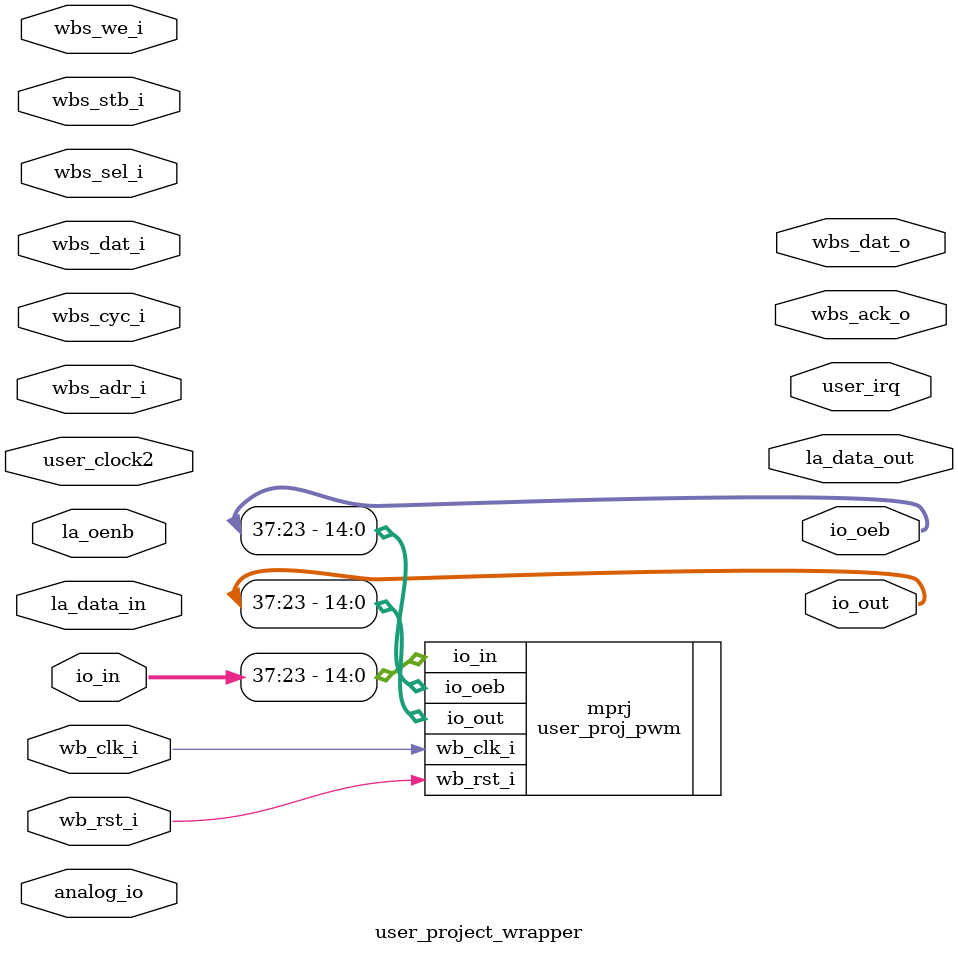
<source format=v>
module user_project_wrapper (user_clock2,
    wb_clk_i,
    wb_rst_i,
    wbs_ack_o,
    wbs_cyc_i,
    wbs_stb_i,
    wbs_we_i,
    analog_io,
    io_in,
    io_oeb,
    io_out,
    la_data_in,
    la_data_out,
    la_oenb,
    user_irq,
    wbs_adr_i,
    wbs_dat_i,
    wbs_dat_o,
    wbs_sel_i);
 input user_clock2;
 input wb_clk_i;
 input wb_rst_i;
 output wbs_ack_o;
 input wbs_cyc_i;
 input wbs_stb_i;
 input wbs_we_i;
 inout [28:0] analog_io;
 input [37:0] io_in;
 output [37:0] io_oeb;
 output [37:0] io_out;
 input [127:0] la_data_in;
 output [127:0] la_data_out;
 input [127:0] la_oenb;
 output [2:0] user_irq;
 input [31:0] wbs_adr_i;
 input [31:0] wbs_dat_i;
 output [31:0] wbs_dat_o;
 input [3:0] wbs_sel_i;


 user_proj_pwm mprj (.wb_clk_i(wb_clk_i),
    .wb_rst_i(wb_rst_i),
    .io_in({io_in[37],
    io_in[36],
    io_in[35],
    io_in[34],
    io_in[33],
    io_in[32],
    io_in[31],
    io_in[30],
    io_in[29],
    io_in[28],
    io_in[27],
    io_in[26],
    io_in[25],
    io_in[24],
    io_in[23]}),
    .io_oeb({io_oeb[37],
    io_oeb[36],
    io_oeb[35],
    io_oeb[34],
    io_oeb[33],
    io_oeb[32],
    io_oeb[31],
    io_oeb[30],
    io_oeb[29],
    io_oeb[28],
    io_oeb[27],
    io_oeb[26],
    io_oeb[25],
    io_oeb[24],
    io_oeb[23]}),
    .io_out({io_out[37],
    io_out[36],
    io_out[35],
    io_out[34],
    io_out[33],
    io_out[32],
    io_out[31],
    io_out[30],
    io_out[29],
    io_out[28],
    io_out[27],
    io_out[26],
    io_out[25],
    io_out[24],
    io_out[23]}));
endmodule


</source>
